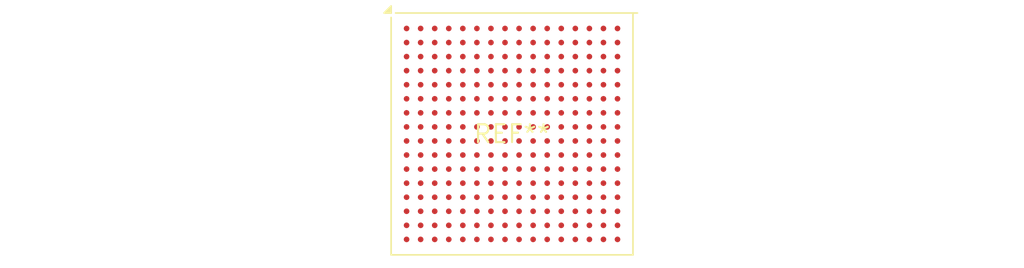
<source format=kicad_pcb>
(kicad_pcb (version 20240108) (generator pcbnew)
  (layers (0 "F.Cu" signal) (31 "B.Cu" signal) (34 "B.Paste" user) (35 "F.Paste" user) (36 "B.SilkS" user "B.Silkscreen") (37 "F.SilkS" user "F.Silkscreen") (38 "B.Mask" user) (39 "F.Mask" user) (44 "Edge.Cuts" user))
  (net 0 "")
  (footprint "BGA-256_17.0x17.0mm_Layout16x16_P1.0mm_Ball0.5mm_Pad0.4mm_NSMD" (layer "F.Cu") (at 0 0)
    (property "Reference" "REF**")
    (property "Value" "BGA-256_17.0x17.0mm_Layout16x16_P1.0mm_Ball0.5mm_Pad0.4mm_NSMD")
    (fp_line (start -8.6 -8.28) (end -8.6 8.6) (layer "F.SilkS") (stroke (width 0.12)))
    (fp_line (start -8.6 8.6) (end 8.6 8.6) (layer "F.SilkS") (stroke (width 0.12)))
    (fp_line (start 8.6 8.6) (end 8.6 -8.6) (layer "F.SilkS") (stroke (width 0.12)))
    (fp_line (start 8.92 -8.6) (end -8.28 -8.6) (layer "F.SilkS") (stroke (width 0.12)))
    (fp_poly (pts (xy -8.6 -8.6) (xy -9.1 -8.6) (xy -8.6 -9.1) (xy -8.6 -8.6)) (layer "F.SilkS") (stroke (width 0.12)) (fill solid))
    (pad "A1" smd circle (at -7.5 -7.5) (size 0.4 0.4) (property pad_prop_bga) (layers "F.Cu" "F.Paste" "F.Mask"))
    (pad "A2" smd circle (at -6.5 -7.5) (size 0.4 0.4) (property pad_prop_bga) (layers "F.Cu" "F.Paste" "F.Mask"))
    (pad "A3" smd circle (at -5.5 -7.5) (size 0.4 0.4) (property pad_prop_bga) (layers "F.Cu" "F.Paste" "F.Mask"))
    (pad "A4" smd circle (at -4.5 -7.5) (size 0.4 0.4) (property pad_prop_bga) (layers "F.Cu" "F.Paste" "F.Mask"))
    (pad "A5" smd circle (at -3.5 -7.5) (size 0.4 0.4) (property pad_prop_bga) (layers "F.Cu" "F.Paste" "F.Mask"))
    (pad "A6" smd circle (at -2.5 -7.5) (size 0.4 0.4) (property pad_prop_bga) (layers "F.Cu" "F.Paste" "F.Mask"))
    (pad "A7" smd circle (at -1.5 -7.5) (size 0.4 0.4) (property pad_prop_bga) (layers "F.Cu" "F.Paste" "F.Mask"))
    (pad "A8" smd circle (at -0.5 -7.5) (size 0.4 0.4) (property pad_prop_bga) (layers "F.Cu" "F.Paste" "F.Mask"))
    (pad "A9" smd circle (at 0.5 -7.5) (size 0.4 0.4) (property pad_prop_bga) (layers "F.Cu" "F.Paste" "F.Mask"))
    (pad "A10" smd circle (at 1.5 -7.5) (size 0.4 0.4) (property pad_prop_bga) (layers "F.Cu" "F.Paste" "F.Mask"))
    (pad "A11" smd circle (at 2.5 -7.5) (size 0.4 0.4) (property pad_prop_bga) (layers "F.Cu" "F.Paste" "F.Mask"))
    (pad "A12" smd circle (at 3.5 -7.5) (size 0.4 0.4) (property pad_prop_bga) (layers "F.Cu" "F.Paste" "F.Mask"))
    (pad "A13" smd circle (at 4.5 -7.5) (size 0.4 0.4) (property pad_prop_bga) (layers "F.Cu" "F.Paste" "F.Mask"))
    (pad "A14" smd circle (at 5.5 -7.5) (size 0.4 0.4) (property pad_prop_bga) (layers "F.Cu" "F.Paste" "F.Mask"))
    (pad "A15" smd circle (at 6.5 -7.5) (size 0.4 0.4) (property pad_prop_bga) (layers "F.Cu" "F.Paste" "F.Mask"))
    (pad "A16" smd circle (at 7.5 -7.5) (size 0.4 0.4) (property pad_prop_bga) (layers "F.Cu" "F.Paste" "F.Mask"))
    (pad "B1" smd circle (at -7.5 -6.5) (size 0.4 0.4) (property pad_prop_bga) (layers "F.Cu" "F.Paste" "F.Mask"))
    (pad "B2" smd circle (at -6.5 -6.5) (size 0.4 0.4) (property pad_prop_bga) (layers "F.Cu" "F.Paste" "F.Mask"))
    (pad "B3" smd circle (at -5.5 -6.5) (size 0.4 0.4) (property pad_prop_bga) (layers "F.Cu" "F.Paste" "F.Mask"))
    (pad "B4" smd circle (at -4.5 -6.5) (size 0.4 0.4) (property pad_prop_bga) (layers "F.Cu" "F.Paste" "F.Mask"))
    (pad "B5" smd circle (at -3.5 -6.5) (size 0.4 0.4) (property pad_prop_bga) (layers "F.Cu" "F.Paste" "F.Mask"))
    (pad "B6" smd circle (at -2.5 -6.5) (size 0.4 0.4) (property pad_prop_bga) (layers "F.Cu" "F.Paste" "F.Mask"))
    (pad "B7" smd circle (at -1.5 -6.5) (size 0.4 0.4) (property pad_prop_bga) (layers "F.Cu" "F.Paste" "F.Mask"))
    (pad "B8" smd circle (at -0.5 -6.5) (size 0.4 0.4) (property pad_prop_bga) (layers "F.Cu" "F.Paste" "F.Mask"))
    (pad "B9" smd circle (at 0.5 -6.5) (size 0.4 0.4) (property pad_prop_bga) (layers "F.Cu" "F.Paste" "F.Mask"))
    (pad "B10" smd circle (at 1.5 -6.5) (size 0.4 0.4) (property pad_prop_bga) (layers "F.Cu" "F.Paste" "F.Mask"))
    (pad "B11" smd circle (at 2.5 -6.5) (size 0.4 0.4) (property pad_prop_bga) (layers "F.Cu" "F.Paste" "F.Mask"))
    (pad "B12" smd circle (at 3.5 -6.5) (size 0.4 0.4) (property pad_prop_bga) (layers "F.Cu" "F.Paste" "F.Mask"))
    (pad "B13" smd circle (at 4.5 -6.5) (size 0.4 0.4) (property pad_prop_bga) (layers "F.Cu" "F.Paste" "F.Mask"))
    (pad "B14" smd circle (at 5.5 -6.5) (size 0.4 0.4) (property pad_prop_bga) (layers "F.Cu" "F.Paste" "F.Mask"))
    (pad "B15" smd circle (at 6.5 -6.5) (size 0.4 0.4) (property pad_prop_bga) (layers "F.Cu" "F.Paste" "F.Mask"))
    (pad "B16" smd circle (at 7.5 -6.5) (size 0.4 0.4) (property pad_prop_bga) (layers "F.Cu" "F.Paste" "F.Mask"))
    (pad "C1" smd circle (at -7.5 -5.5) (size 0.4 0.4) (property pad_prop_bga) (layers "F.Cu" "F.Paste" "F.Mask"))
    (pad "C2" smd circle (at -6.5 -5.5) (size 0.4 0.4) (property pad_prop_bga) (layers "F.Cu" "F.Paste" "F.Mask"))
    (pad "C3" smd circle (at -5.5 -5.5) (size 0.4 0.4) (property pad_prop_bga) (layers "F.Cu" "F.Paste" "F.Mask"))
    (pad "C4" smd circle (at -4.5 -5.5) (size 0.4 0.4) (property pad_prop_bga) (layers "F.Cu" "F.Paste" "F.Mask"))
    (pad "C5" smd circle (at -3.5 -5.5) (size 0.4 0.4) (property pad_prop_bga) (layers "F.Cu" "F.Paste" "F.Mask"))
    (pad "C6" smd circle (at -2.5 -5.5) (size 0.4 0.4) (property pad_prop_bga) (layers "F.Cu" "F.Paste" "F.Mask"))
    (pad "C7" smd circle (at -1.5 -5.5) (size 0.4 0.4) (property pad_prop_bga) (layers "F.Cu" "F.Paste" "F.Mask"))
    (pad "C8" smd circle (at -0.5 -5.5) (size 0.4 0.4) (property pad_prop_bga) (layers "F.Cu" "F.Paste" "F.Mask"))
    (pad "C9" smd circle (at 0.5 -5.5) (size 0.4 0.4) (property pad_prop_bga) (layers "F.Cu" "F.Paste" "F.Mask"))
    (pad "C10" smd circle (at 1.5 -5.5) (size 0.4 0.4) (property pad_prop_bga) (layers "F.Cu" "F.Paste" "F.Mask"))
    (pad "C11" smd circle (at 2.5 -5.5) (size 0.4 0.4) (property pad_prop_bga) (layers "F.Cu" "F.Paste" "F.Mask"))
    (pad "C12" smd circle (at 3.5 -5.5) (size 0.4 0.4) (property pad_prop_bga) (layers "F.Cu" "F.Paste" "F.Mask"))
    (pad "C13" smd circle (at 4.5 -5.5) (size 0.4 0.4) (property pad_prop_bga) (layers "F.Cu" "F.Paste" "F.Mask"))
    (pad "C14" smd circle (at 5.5 -5.5) (size 0.4 0.4) (property pad_prop_bga) (layers "F.Cu" "F.Paste" "F.Mask"))
    (pad "C15" smd circle (at 6.5 -5.5) (size 0.4 0.4) (property pad_prop_bga) (layers "F.Cu" "F.Paste" "F.Mask"))
    (pad "C16" smd circle (at 7.5 -5.5) (size 0.4 0.4) (property pad_prop_bga) (layers "F.Cu" "F.Paste" "F.Mask"))
    (pad "D1" smd circle (at -7.5 -4.5) (size 0.4 0.4) (property pad_prop_bga) (layers "F.Cu" "F.Paste" "F.Mask"))
    (pad "D2" smd circle (at -6.5 -4.5) (size 0.4 0.4) (property pad_prop_bga) (layers "F.Cu" "F.Paste" "F.Mask"))
    (pad "D3" smd circle (at -5.5 -4.5) (size 0.4 0.4) (property pad_prop_bga) (layers "F.Cu" "F.Paste" "F.Mask"))
    (pad "D4" smd circle (at -4.5 -4.5) (size 0.4 0.4) (property pad_prop_bga) (layers "F.Cu" "F.Paste" "F.Mask"))
    (pad "D5" smd circle (at -3.5 -4.5) (size 0.4 0.4) (property pad_prop_bga) (layers "F.Cu" "F.Paste" "F.Mask"))
    (pad "D6" smd circle (at -2.5 -4.5) (size 0.4 0.4) (property pad_prop_bga) (layers "F.Cu" "F.Paste" "F.Mask"))
    (pad "D7" smd circle (at -1.5 -4.5) (size 0.4 0.4) (property pad_prop_bga) (layers "F.Cu" "F.Paste" "F.Mask"))
    (pad "D8" smd circle (at -0.5 -4.5) (size 0.4 0.4) (property pad_prop_bga) (layers "F.Cu" "F.Paste" "F.Mask"))
    (pad "D9" smd circle (at 0.5 -4.5) (size 0.4 0.4) (property pad_prop_bga) (layers "F.Cu" "F.Paste" "F.Mask"))
    (pad "D10" smd circle (at 1.5 -4.5) (size 0.4 0.4) (property pad_prop_bga) (layers "F.Cu" "F.Paste" "F.Mask"))
    (pad "D11" smd circle (at 2.5 -4.5) (size 0.4 0.4) (property pad_prop_bga) (layers "F.Cu" "F.Paste" "F.Mask"))
    (pad "D12" smd circle (at 3.5 -4.5) (size 0.4 0.4) (property pad_prop_bga) (layers "F.Cu" "F.Paste" "F.Mask"))
    (pad "D13" smd circle (at 4.5 -4.5) (size 0.4 0.4) (property pad_prop_bga) (layers "F.Cu" "F.Paste" "F.Mask"))
    (pad "D14" smd circle (at 5.5 -4.5) (size 0.4 0.4) (property pad_prop_bga) (layers "F.Cu" "F.Paste" "F.Mask"))
    (pad "D15" smd circle (at 6.5 -4.5) (size 0.4 0.4) (property pad_prop_bga) (layers "F.Cu" "F.Paste" "F.Mask"))
    (pad "D16" smd circle (at 7.5 -4.5) (size 0.4 0.4) (property pad_prop_bga) (layers "F.Cu" "F.Paste" "F.Mask"))
    (pad "E1" smd circle (at -7.5 -3.5) (size 0.4 0.4) (property pad_prop_bga) (layers "F.Cu" "F.Paste" "F.Mask"))
    (pad "E2" smd circle (at -6.5 -3.5) (size 0.4 0.4) (property pad_prop_bga) (layers "F.Cu" "F.Paste" "F.Mask"))
    (pad "E3" smd circle (at -5.5 -3.5) (size 0.4 0.4) (property pad_prop_bga) (layers "F.Cu" "F.Paste" "F.Mask"))
    (pad "E4" smd circle (at -4.5 -3.5) (size 0.4 0.4) (property pad_prop_bga) (layers "F.Cu" "F.Paste" "F.Mask"))
    (pad "E5" smd circle (at -3.5 -3.5) (size 0.4 0.4) (property pad_prop_bga) (layers "F.Cu" "F.Paste" "F.Mask"))
    (pad "E6" smd circle (at -2.5 -3.5) (size 0.4 0.4) (property pad_prop_bga) (layers "F.Cu" "F.Paste" "F.Mask"))
    (pad "E7" smd circle (at -1.5 -3.5) (size 0.4 0.4) (property pad_prop_bga) (layers "F.Cu" "F.Paste" "F.Mask"))
    (pad "E8" smd circle (at -0.5 -3.5) (size 0.4 0.4) (property pad_prop_bga) (layers "F.Cu" "F.Paste" "F.Mask"))
    (pad "E9" smd circle (at 0.5 -3.5) (size 0.4 0.4) (property pad_prop_bga) (layers "F.Cu" "F.Paste" "F.Mask"))
    (pad "E10" smd circle (at 1.5 -3.5) (size 0.4 0.4) (property pad_prop_bga) (layers "F.Cu" "F.Paste" "F.Mask"))
    (pad "E11" smd circle (at 2.5 -3.5) (size 0.4 0.4) (property pad_prop_bga) (layers "F.Cu" "F.Paste" "F.Mask"))
    (pad "E12" smd circle (at 3.5 -3.5) (size 0.4 0.4) (property pad_prop_bga) (layers "F.Cu" "F.Paste" "F.Mask"))
    (pad "E13" smd circle (at 4.5 -3.5) (size 0.4 0.4) (property pad_prop_bga) (layers "F.Cu" "F.Paste" "F.Mask"))
    (pad "E14" smd circle (at 5.5 -3.5) (size 0.4 0.4) (property pad_prop_bga) (layers "F.Cu" "F.Paste" "F.Mask"))
    (pad "E15" smd circle (at 6.5 -3.5) (size 0.4 0.4) (property pad_prop_bga) (layers "F.Cu" "F.Paste" "F.Mask"))
    (pad "E16" smd circle (at 7.5 -3.5) (size 0.4 0.4) (property pad_prop_bga) (layers "F.Cu" "F.Paste" "F.Mask"))
    (pad "F1" smd circle (at -7.5 -2.5) (size 0.4 0.4) (property pad_prop_bga) (layers "F.Cu" "F.Paste" "F.Mask"))
    (pad "F2" smd circle (at -6.5 -2.5) (size 0.4 0.4) (property pad_prop_bga) (layers "F.Cu" "F.Paste" "F.Mask"))
    (pad "F3" smd circle (at -5.5 -2.5) (size 0.4 0.4) (property pad_prop_bga) (layers "F.Cu" "F.Paste" "F.Mask"))
    (pad "F4" smd circle (at -4.5 -2.5) (size 0.4 0.4) (property pad_prop_bga) (layers "F.Cu" "F.Paste" "F.Mask"))
    (pad "F5" smd circle (at -3.5 -2.5) (size 0.4 0.4) (property pad_prop_bga) (layers "F.Cu" "F.Paste" "F.Mask"))
    (pad "F6" smd circle (at -2.5 -2.5) (size 0.4 0.4) (property pad_prop_bga) (layers "F.Cu" "F.Paste" "F.Mask"))
    (pad "F7" smd circle (at -1.5 -2.5) (size 0.4 0.4) (property pad_prop_bga) (layers "F.Cu" "F.Paste" "F.Mask"))
    (pad "F8" smd circle (at -0.5 -2.5) (size 0.4 0.4) (property pad_prop_bga) (layers "F.Cu" "F.Paste" "F.Mask"))
    (pad "F9" smd circle (at 0.5 -2.5) (size 0.4 0.4) (property pad_prop_bga) (layers "F.Cu" "F.Paste" "F.Mask"))
    (pad "F10" smd circle (at 1.5 -2.5) (size 0.4 0.4) (property pad_prop_bga) (layers "F.Cu" "F.Paste" "F.Mask"))
    (pad "F11" smd circle (at 2.5 -2.5) (size 0.4 0.4) (property pad_prop_bga) (layers "F.Cu" "F.Paste" "F.Mask"))
    (pad "F12" smd circle (at 3.5 -2.5) (size 0.4 0.4) (property pad_prop_bga) (layers "F.Cu" "F.Paste" "F.Mask"))
    (pad "F13" smd circle (at 4.5 -2.5) (size 0.4 0.4) (property pad_prop_bga) (layers "F.Cu" "F.Paste" "F.Mask"))
    (pad "F14" smd circle (at 5.5 -2.5) (size 0.4 0.4) (property pad_prop_bga) (layers "F.Cu" "F.Paste" "F.Mask"))
    (pad "F15" smd circle (at 6.5 -2.5) (size 0.4 0.4) (property pad_prop_bga) (layers "F.Cu" "F.Paste" "F.Mask"))
    (pad "F16" smd circle (at 7.5 -2.5) (size 0.4 0.4) (property pad_prop_bga) (layers "F.Cu" "F.Paste" "F.Mask"))
    (pad "G1" smd circle (at -7.5 -1.5) (size 0.4 0.4) (property pad_prop_bga) (layers "F.Cu" "F.Paste" "F.Mask"))
    (pad "G2" smd circle (at -6.5 -1.5) (size 0.4 0.4) (property pad_prop_bga) (layers "F.Cu" "F.Paste" "F.Mask"))
    (pad "G3" smd circle (at -5.5 -1.5) (size 0.4 0.4) (property pad_prop_bga) (layers "F.Cu" "F.Paste" "F.Mask"))
    (pad "G4" smd circle (at -4.5 -1.5) (size 0.4 0.4) (property pad_prop_bga) (layers "F.Cu" "F.Paste" "F.Mask"))
    (pad "G5" smd circle (at -3.5 -1.5) (size 0.4 0.4) (property pad_prop_bga) (layers "F.Cu" "F.Paste" "F.Mask"))
    (pad "G6" smd circle (at -2.5 -1.5) (size 0.4 0.4) (property pad_prop_bga) (layers "F.Cu" "F.Paste" "F.Mask"))
    (pad "G7" smd circle (at -1.5 -1.5) (size 0.4 0.4) (property pad_prop_bga) (layers "F.Cu" "F.Paste" "F.Mask"))
    (pad "G8" smd circle (at -0.5 -1.5) (size 0.4 0.4) (property pad_prop_bga) (layers "F.Cu" "F.Paste" "F.Mask"))
    (pad "G9" smd circle (at 0.5 -1.5) (size 0.4 0.4) (property pad_prop_bga) (layers "F.Cu" "F.Paste" "F.Mask"))
    (pad "G10" smd circle (at 1.5 -1.5) (size 0.4 0.4) (property pad_prop_bga) (layers "F.Cu" "F.Paste" "F.Mask"))
    (pad "G11" smd circle (at 2.5 -1.5) (size 0.4 0.4) (property pad_prop_bga) (layers "F.Cu" "F.Paste" "F.Mask"))
    (pad "G12" smd circle (at 3.5 -1.5) (size 0.4 0.4) (property pad_prop_bga) (layers "F.Cu" "F.Paste" "F.Mask"))
    (pad "G13" smd circle (at 4.5 -1.5) (size 0.4 0.4) (property pad_prop_bga) (layers "F.Cu" "F.Paste" "F.Mask"))
    (pad "G14" smd circle (at 5.5 -1.5) (size 0.4 0.4) (property pad_prop_bga) (layers "F.Cu" "F.Paste" "F.Mask"))
    (pad "G15" smd circle (at 6.5 -1.5) (size 0.4 0.4) (property pad_prop_bga) (layers "F.Cu" "F.Paste" "F.Mask"))
    (pad "G16" smd circle (at 7.5 -1.5) (size 0.4 0.4) (property pad_prop_bga) (layers "F.Cu" "F.Paste" "F.Mask"))
    (pad "H1" smd circle (at -7.5 -0.5) (size 0.4 0.4) (property pad_prop_bga) (layers "F.Cu" "F.Paste" "F.Mask"))
    (pad "H2" smd circle (at -6.5 -0.5) (size 0.4 0.4) (property pad_prop_bga) (layers "F.Cu" "F.Paste" "F.Mask"))
    (pad "H3" smd circle (at -5.5 -0.5) (size 0.4 0.4) (property pad_prop_bga) (layers "F.Cu" "F.Paste" "F.Mask"))
    (pad "H4" smd circle (at -4.5 -0.5) (size 0.4 0.4) (property pad_prop_bga) (layers "F.Cu" "F.Paste" "F.Mask"))
    (pad "H5" smd circle (at -3.5 -0.5) (size 0.4 0.4) (property pad_prop_bga) (layers "F.Cu" "F.Paste" "F.Mask"))
    (pad "H6" smd circle (at -2.5 -0.5) (size 0.4 0.4) (property pad_prop_bga) (layers "F.Cu" "F.Paste" "F.Mask"))
    (pad "H7" smd circle (at -1.5 -0.5) (size 0.4 0.4) (property pad_prop_bga) (layers "F.Cu" "F.Paste" "F.Mask"))
    (pad "H8" smd circle (at -0.5 -0.5) (size 0.4 0.4) (property pad_prop_bga) (layers "F.Cu" "F.Paste" "F.Mask"))
    (pad "H9" smd circle (at 0.5 -0.5) (size 0.4 0.4) (property pad_prop_bga) (layers "F.Cu" "F.Paste" "F.Mask"))
    (pad "H10" smd circle (at 1.5 -0.5) (size 0.4 0.4) (property pad_prop_bga) (layers "F.Cu" "F.Paste" "F.Mask"))
    (pad "H11" smd circle (at 2.5 -0.5) (size 0.4 0.4) (property pad_prop_bga) (layers "F.Cu" "F.Paste" "F.Mask"))
    (pad "H12" smd circle (at 3.5 -0.5) (size 0.4 0.4) (property pad_prop_bga) (layers "F.Cu" "F.Paste" "F.Mask"))
    (pad "H13" smd circle (at 4.5 -0.5) (size 0.4 0.4) (property pad_prop_bga) (layers "F.Cu" "F.Paste" "F.Mask"))
    (pad "H14" smd circle (at 5.5 -0.5) (size 0.4 0.4) (property pad_prop_bga) (layers "F.Cu" "F.Paste" "F.Mask"))
    (pad "H15" smd circle (at 6.5 -0.5) (size 0.4 0.4) (property pad_prop_bga) (layers "F.Cu" "F.Paste" "F.Mask"))
    (pad "H16" smd circle (at 7.5 -0.5) (size 0.4 0.4) (property pad_prop_bga) (layers "F.Cu" "F.Paste" "F.Mask"))
    (pad "J1" smd circle (at -7.5 0.5) (size 0.4 0.4) (property pad_prop_bga) (layers "F.Cu" "F.Paste" "F.Mask"))
    (pad "J2" smd circle (at -6.5 0.5) (size 0.4 0.4) (property pad_prop_bga) (layers "F.Cu" "F.Paste" "F.Mask"))
    (pad "J3" smd circle (at -5.5 0.5) (size 0.4 0.4) (property pad_prop_bga) (layers "F.Cu" "F.Paste" "F.Mask"))
    (pad "J4" smd circle (at -4.5 0.5) (size 0.4 0.4) (property pad_prop_bga) (layers "F.Cu" "F.Paste" "F.Mask"))
    (pad "J5" smd circle (at -3.5 0.5) (size 0.4 0.4) (property pad_prop_bga) (layers "F.Cu" "F.Paste" "F.Mask"))
    (pad "J6" smd circle (at -2.5 0.5) (size 0.4 0.4) (property pad_prop_bga) (layers "F.Cu" "F.Paste" "F.Mask"))
    (pad "J7" smd circle (at -1.5 0.5) (size 0.4 0.4) (property pad_prop_bga) (layers "F.Cu" "F.Paste" "F.Mask"))
    (pad "J8" smd circle (at -0.5 0.5) (size 0.4 0.4) (property pad_prop_bga) (layers "F.Cu" "F.Paste" "F.Mask"))
    (pad "J9" smd circle (at 0.5 0.5) (size 0.4 0.4) (property pad_prop_bga) (layers "F.Cu" "F.Paste" "F.Mask"))
    (pad "J10" smd circle (at 1.5 0.5) (size 0.4 0.4) (property pad_prop_bga) (layers "F.Cu" "F.Paste" "F.Mask"))
    (pad "J11" smd circle (at 2.5 0.5) (size 0.4 0.4) (property pad_prop_bga) (layers "F.Cu" "F.Paste" "F.Mask"))
    (pad "J12" smd circle (at 3.5 0.5) (size 0.4 0.4) (property pad_prop_bga) (layers "F.Cu" "F.Paste" "F.Mask"))
    (pad "J13" smd circle (at 4.5 0.5) (size 0.4 0.4) (property pad_prop_bga) (layers "F.Cu" "F.Paste" "F.Mask"))
    (pad "J14" smd circle (at 5.5 0.5) (size 0.4 0.4) (property pad_prop_bga) (layers "F.Cu" "F.Paste" "F.Mask"))
    (pad "J15" smd circle (at 6.5 0.5) (size 0.4 0.4) (property pad_prop_bga) (layers "F.Cu" "F.Paste" "F.Mask"))
    (pad "J16" smd circle (at 7.5 0.5) (size 0.4 0.4) (property pad_prop_bga) (layers "F.Cu" "F.Paste" "F.Mask"))
    (pad "K1" smd circle (at -7.5 1.5) (size 0.4 0.4) (property pad_prop_bga) (layers "F.Cu" "F.Paste" "F.Mask"))
    (pad "K2" smd circle (at -6.5 1.5) (size 0.4 0.4) (property pad_prop_bga) (layers "F.Cu" "F.Paste" "F.Mask"))
    (pad "K3" smd circle (at -5.5 1.5) (size 0.4 0.4) (property pad_prop_bga) (layers "F.Cu" "F.Paste" "F.Mask"))
    (pad "K4" smd circle (at -4.5 1.5) (size 0.4 0.4) (property pad_prop_bga) (layers "F.Cu" "F.Paste" "F.Mask"))
    (pad "K5" smd circle (at -3.5 1.5) (size 0.4 0.4) (property pad_prop_bga) (layers "F.Cu" "F.Paste" "F.Mask"))
    (pad "K6" smd circle (at -2.5 1.5) (size 0.4 0.4) (property pad_prop_bga) (layers "F.Cu" "F.Paste" "F.Mask"))
    (pad "K7" smd circle (at -1.5 1.5) (size 0.4 0.4) (property pad_prop_bga) (layers "F.Cu" "F.Paste" "F.Mask"))
    (pad "K8" smd circle (at -0.5 1.5) (size 0.4 0.4) (property pad_prop_bga) (layers "F.Cu" "F.Paste" "F.Mask"))
    (pad "K9" smd circle (at 0.5 1.5) (size 0.4 0.4) (property pad_prop_bga) (layers "F.Cu" "F.Paste" "F.Mask"))
    (pad "K10" smd circle (at 1.5 1.5) (size 0.4 0.4) (property pad_prop_bga) (layers "F.Cu" "F.Paste" "F.Mask"))
    (pad "K11" smd circle (at 2.5 1.5) (size 0.4 0.4) (property pad_prop_bga) (layers "F.Cu" "F.Paste" "F.Mask"))
    (pad "K12" smd circle (at 3.5 1.5) (size 0.4 0.4) (property pad_prop_bga) (layers "F.Cu" "F.Paste" "F.Mask"))
    (pad "K13" smd circle (at 4.5 1.5) (size 0.4 0.4) (property pad_prop_bga) (layers "F.Cu" "F.Paste" "F.Mask"))
    (pad "K14" smd circle (at 5.5 1.5) (size 0.4 0.4) (property pad_prop_bga) (layers "F.Cu" "F.Paste" "F.Mask"))
    (pad "K15" smd circle (at 6.5 1.5) (size 0.4 0.4) (property pad_prop_bga) (layers "F.Cu" "F.Paste" "F.Mask"))
    (pad "K16" smd circle (at 7.5 1.5) (size 0.4 0.4) (property pad_prop_bga) (layers "F.Cu" "F.Paste" "F.Mask"))
    (pad "L1" smd circle (at -7.5 2.5) (size 0.4 0.4) (property pad_prop_bga) (layers "F.Cu" "F.Paste" "F.Mask"))
    (pad "L2" smd circle (at -6.5 2.5) (size 0.4 0.4) (property pad_prop_bga) (layers "F.Cu" "F.Paste" "F.Mask"))
    (pad "L3" smd circle (at -5.5 2.5) (size 0.4 0.4) (property pad_prop_bga) (layers "F.Cu" "F.Paste" "F.Mask"))
    (pad "L4" smd circle (at -4.5 2.5) (size 0.4 0.4) (property pad_prop_bga) (layers "F.Cu" "F.Paste" "F.Mask"))
    (pad "L5" smd circle (at -3.5 2.5) (size 0.4 0.4) (property pad_prop_bga) (layers "F.Cu" "F.Paste" "F.Mask"))
    (pad "L6" smd circle (at -2.5 2.5) (size 0.4 0.4) (property pad_prop_bga) (layers "F.Cu" "F.Paste" "F.Mask"))
    (pad "L7" smd circle (at -1.5 2.5) (size 0.4 0.4) (property pad_prop_bga) (layers "F.Cu" "F.Paste" "F.Mask"))
    (pad "L8" smd circle (at -0.5 2.5) (size 0.4 0.4) (property pad_prop_bga) (layers "F.Cu" "F.Paste" "F.Mask"))
    (pad "L9" smd circle (at 0.5 2.5) (size 0.4 0.4) (property pad_prop_bga) (layers "F.Cu" "F.Paste" "F.Mask"))
    (pad "L10" smd circle (at 1.5 2.5) (size 0.4 0.4) (property pad_prop_bga) (layers "F.Cu" "F.Paste" "F.Mask"))
    (pad "L11" smd circle (at 2.5 2.5) (size 0.4 0.4) (property pad_prop_bga) (layers "F.Cu" "F.Paste" "F.Mask"))
    (pad "L12" smd circle (at 3.5 2.5) (size 0.4 0.4) (property pad_prop_bga) (layers "F.Cu" "F.Paste" "F.Mask"))
    (pad "L13" smd circle (at 4.5 2.5) (size 0.4 0.4) (property pad_prop_bga) (layers "F.Cu" "F.Paste" "F.Mask"))
    (pad "L14" smd circle (at 5.5 2.5) (size 0.4 0.4) (property pad_prop_bga) (layers "F.Cu" "F.Paste" "F.Mask"))
    (pad "L15" smd circle (at 6.5 2.5) (size 0.4 0.4) (property pad_prop_bga) (layers "F.Cu" "F.Paste" "F.Mask"))
    (pad "L16" smd circle (at 7.5 2.5) (size 0.4 0.4) (property pad_prop_bga) (layers "F.Cu" "F.Paste" "F.Mask"))
    (pad "M1" smd circle (at -7.5 3.5) (size 0.4 0.4) (property pad_prop_bga) (layers "F.Cu" "F.Paste" "F.Mask"))
    (pad "M2" smd circle (at -6.5 3.5) (size 0.4 0.4) (property pad_prop_bga) (layers "F.Cu" "F.Paste" "F.Mask"))
    (pad "M3" smd circle (at -5.5 3.5) (size 0.4 0.4) (property pad_prop_bga) (layers "F.Cu" "F.Paste" "F.Mask"))
    (pad "M4" smd circle (at -4.5 3.5) (size 0.4 0.4) (property pad_prop_bga) (layers "F.Cu" "F.Paste" "F.Mask"))
    (pad "M5" smd circle (at -3.5 3.5) (size 0.4 0.4) (property pad_prop_bga) (layers "F.Cu" "F.Paste" "F.Mask"))
    (pad "M6" smd circle (at -2.5 3.5) (size 0.4 0.4) (property pad_prop_bga) (layers "F.Cu" "F.Paste" "F.Mask"))
    (pad "M7" smd circle (at -1.5 3.5) (size 0.4 0.4) (property pad_prop_bga) (layers "F.Cu" "F.Paste" "F.Mask"))
    (pad "M8" smd circle (at -0.5 3.5) (size 0.4 0.4) (property pad_prop_bga) (layers "F.Cu" "F.Paste" "F.Mask"))
    (pad "M9" smd circle (at 0.5 3.5) (size 0.4 0.4) (property pad_prop_bga) (layers "F.Cu" "F.Paste" "F.Mask"))
    (pad "M10" smd circle (at 1.5 3.5) (size 0.4 0.4) (property pad_prop_bga) (layers "F.Cu" "F.Paste" "F.Mask"))
    (pad "M11" smd circle (at 2.5 3.5) (size 0.4 0.4) (property pad_prop_bga) (layers "F.Cu" "F.Paste" "F.Mask"))
    (pad "M12" smd circle (at 3.5 3.5) (size 0.4 0.4) (property pad_prop_bga) (layers "F.Cu" "F.Paste" "F.Mask"))
    (pad "M13" smd circle (at 4.5 3.5) (size 0.4 0.4) (property pad_prop_bga) (layers "F.Cu" "F.Paste" "F.Mask"))
    (pad "M14" smd circle (at 5.5 3.5) (size 0.4 0.4) (property pad_prop_bga) (layers "F.Cu" "F.Paste" "F.Mask"))
    (pad "M15" smd circle (at 6.5 3.5) (size 0.4 0.4) (property pad_prop_bga) (layers "F.Cu" "F.Paste" "F.Mask"))
    (pad "M16" smd circle (at 7.5 3.5) (size 0.4 0.4) (property pad_prop_bga) (layers "F.Cu" "F.Paste" "F.Mask"))
    (pad "N1" smd circle (at -7.5 4.5) (size 0.4 0.4) (property pad_prop_bga) (layers "F.Cu" "F.Paste" "F.Mask"))
    (pad "N2" smd circle (at -6.5 4.5) (size 0.4 0.4) (property pad_prop_bga) (layers "F.Cu" "F.Paste" "F.Mask"))
    (pad "N3" smd circle (at -5.5 4.5) (size 0.4 0.4) (property pad_prop_bga) (layers "F.Cu" "F.Paste" "F.Mask"))
    (pad "N4" smd circle (at -4.5 4.5) (size 0.4 0.4) (property pad_prop_bga) (layers "F.Cu" "F.Paste" "F.Mask"))
    (pad "N5" smd circle (at -3.5 4.5) (size 0.4 0.4) (property pad_prop_bga) (layers "F.Cu" "F.Paste" "F.Mask"))
    (pad "N6" smd circle (at -2.5 4.5) (size 0.4 0.4) (property pad_prop_bga) (layers "F.Cu" "F.Paste" "F.Mask"))
    (pad "N7" smd circle (at -1.5 4.5) (size 0.4 0.4) (property pad_prop_bga) (layers "F.Cu" "F.Paste" "F.Mask"))
    (pad "N8" smd circle (at -0.5 4.5) (size 0.4 0.4) (property pad_prop_bga) (layers "F.Cu" "F.Paste" "F.Mask"))
    (pad "N9" smd circle (at 0.5 4.5) (size 0.4 0.4) (property pad_prop_bga) (layers "F.Cu" "F.Paste" "F.Mask"))
    (pad "N10" smd circle (at 1.5 4.5) (size 0.4 0.4) (property pad_prop_bga) (layers "F.Cu" "F.Paste" "F.Mask"))
    (pad "N11" smd circle (at 2.5 4.5) (size 0.4 0.4) (property pad_prop_bga) (layers "F.Cu" "F.Paste" "F.Mask"))
    (pad "N12" smd circle (at 3.5 4.5) (size 0.4 0.4) (property pad_prop_bga) (layers "F.Cu" "F.Paste" "F.Mask"))
    (pad "N13" smd circle (at 4.5 4.5) (size 0.4 0.4) (property pad_prop_bga) (layers "F.Cu" "F.Paste" "F.Mask"))
    (pad "N14" smd circle (at 5.5 4.5) (size 0.4 0.4) (property pad_prop_bga) (layers "F.Cu" "F.Paste" "F.Mask"))
    (pad "N15" smd circle (at 6.5 4.5) (size 0.4 0.4) (property pad_prop_bga) (layers "F.Cu" "F.Paste" "F.Mask"))
    (pad "N16" smd circle (at 7.5 4.5) (size 0.4 0.4) (property pad_prop_bga) (layers "F.Cu" "F.Paste" "F.Mask"))
    (pad "P1" smd circle (at -7.5 5.5) (size 0.4 0.4) (property pad_prop_bga) (layers "F.Cu" "F.Paste" "F.Mask"))
    (pad "P2" smd circle (at -6.5 5.5) (size 0.4 0.4) (property pad_prop_bga) (layers "F.Cu" "F.Paste" "F.Mask"))
    (pad "P3" smd circle (at -5.5 5.5) (size 0.4 0.4) (property pad_prop_bga) (layers "F.Cu" "F.Paste" "F.Mask"))
    (pad "P4" smd circle (at -4.5 5.5) (size 0.4 0.4) (property pad_prop_bga) (layers "F.Cu" "F.Paste" "F.Mask"))
    (pad "P5" smd circle (at -3.5 5.5) (size 0.4 0.4) (property pad_prop_bga) (layers "F.Cu" "F.Paste" "F.Mask"))
    (pad "P6" smd circle (at -2.5 5.5) (size 0.4 0.4) (property pad_prop_bga) (layers "F.Cu" "F.Paste" "F.Mask"))
    (pad "P7" smd circle (at -1.5 5.5) (size 0.4 0.4) (property pad_prop_bga) (layers "F.Cu" "F.Paste" "F.Mask"))
    (pad "P8" smd circle (at -0.5 5.5) (size 0.4 0.4) (property pad_prop_bga) (layers "F.Cu" "F.Paste" "F.Mask"))
    (pad "P9" smd circle (at 0.5 5.5) (size 0.4 0.4) (property pad_prop_bga) (layers "F.Cu" "F.Paste" "F.Mask"))
    (pad "P10" smd circle (at 1.5 5.5) (size 0.4 0.4) (property pad_prop_bga) (layers "F.Cu" "F.Paste" "F.Mask"))
    (pad "P11" smd circle (at 2.5 5.5) (size 0.4 0.4) (property pad_prop_bga) (layers "F.Cu" "F.Paste" "F.Mask"))
    (pad "P12" smd circle (at 3.5 5.5) (size 0.4 0.4) (property pad_prop_bga) (layers "F.Cu" "F.Paste" "F.Mask"))
    (pad "P13" smd circle (at 4.5 5.5) (size 0.4 0.4) (property pad_prop_bga) (layers "F.Cu" "F.Paste" "F.Mask"))
    (pad "P14" smd circle (at 5.5 5.5) (size 0.4 0.4) (property pad_prop_bga) (layers "F.Cu" "F.Paste" "F.Mask"))
    (pad "P15" smd circle (at 6.5 5.5) (size 0.4 0.4) (property pad_prop_bga) (layers "F.Cu" "F.Paste" "F.Mask"))
    (pad "P16" smd circle (at 7.5 5.5) (size 0.4 0.4) (property pad_prop_bga) (layers "F.Cu" "F.Paste" "F.Mask"))
    (pad "R1" smd circle (at -7.5 6.5) (size 0.4 0.4) (property pad_prop_bga) (layers "F.Cu" "F.Paste" "F.Mask"))
    (pad "R2" smd circle (at -6.5 6.5) (size 0.4 0.4) (property pad_prop_bga) (layers "F.Cu" "F.Paste" "F.Mask"))
    (pad "R3" smd circle (at -5.5 6.5) (size 0.4 0.4) (property pad_prop_bga) (layers "F.Cu" "F.Paste" "F.Mask"))
    (pad "R4" smd circle (at -4.5 6.5) (size 0.4 0.4) (property pad_prop_bga) (layers "F.Cu" "F.Paste" "F.Mask"))
    (pad "R5" smd circle (at -3.5 6.5) (size 0.4 0.4) (property pad_prop_bga) (layers "F.Cu" "F.Paste" "F.Mask"))
    (pad "R6" smd circle (at -2.5 6.5) (size 0.4 0.4) (property pad_prop_bga) (layers "F.Cu" "F.Paste" "F.Mask"))
    (pad "R7" smd circle (at -1.5 6.5) (size 0.4 0.4) (property pad_prop_bga) (layers "F.Cu" "F.Paste" "F.Mask"))
    (pad "R8" smd circle (at -0.5 6.5) (size 0.4 0.4) (property pad_prop_bga) (layers "F.Cu" "F.Paste" "F.Mask"))
    (pad "R9" smd circle (at 0.5 6.5) (size 0.4 0.4) (property pad_prop_bga) (layers "F.Cu" "F.Paste" "F.Mask"))
    (pad "R10" smd circle (at 1.5 6.5) (size 0.4 0.4) (property pad_prop_bga) (layers "F.Cu" "F.Paste" "F.Mask"))
    (pad "R11" smd circle (at 2.5 6.5) (size 0.4 0.4) (property pad_prop_bga) (layers "F.Cu" "F.Paste" "F.Mask"))
    (pad "R12" smd circle (at 3.5 6.5) (size 0.4 0.4) (property pad_prop_bga) (layers "F.Cu" "F.Paste" "F.Mask"))
    (pad "R13" smd circle (at 4.5 6.5) (size 0.4 0.4) (property pad_prop_bga) (layers "F.Cu" "F.Paste" "F.Mask"))
    (pad "R14" smd circle (at 5.5 6.5) (size 0.4 0.4) (property pad_prop_bga) (layers "F.Cu" "F.Paste" "F.Mask"))
    (pad "R15" smd circle (at 6.5 6.5) (size 0.4 0.4) (property pad_prop_bga) (layers "F.Cu" "F.Paste" "F.Mask"))
    (pad "R16" smd circle (at 7.5 6.5) (size 0.4 0.4) (property pad_prop_bga) (layers "F.Cu" "F.Paste" "F.Mask"))
    (pad "T1" smd circle (at -7.5 7.5) (size 0.4 0.4) (property pad_prop_bga) (layers "F.Cu" "F.Paste" "F.Mask"))
    (pad "T2" smd circle (at -6.5 7.5) (size 0.4 0.4) (property pad_prop_bga) (layers "F.Cu" "F.Paste" "F.Mask"))
    (pad "T3" smd circle (at -5.5 7.5) (size 0.4 0.4) (property pad_prop_bga) (layers "F.Cu" "F.Paste" "F.Mask"))
    (pad "T4" smd circle (at -4.5 7.5) (size 0.4 0.4) (property pad_prop_bga) (layers "F.Cu" "F.Paste" "F.Mask"))
    (pad "T5" smd circle (at -3.5 7.5) (size 0.4 0.4) (property pad_prop_bga) (layers "F.Cu" "F.Paste" "F.Mask"))
    (pad "T6" smd circle (at -2.5 7.5) (size 0.4 0.4) (property pad_prop_bga) (layers "F.Cu" "F.Paste" "F.Mask"))
    (pad "T7" smd circle (at -1.5 7.5) (size 0.4 0.4) (property pad_prop_bga) (layers "F.Cu" "F.Paste" "F.Mask"))
    (pad "T8" smd circle (at -0.5 7.5) (size 0.4 0.4) (property pad_prop_bga) (layers "F.Cu" "F.Paste" "F.Mask"))
    (pad "T9" smd circle (at 0.5 7.5) (size 0.4 0.4) (property pad_prop_bga) (layers "F.Cu" "F.Paste" "F.Mask"))
    (pad "T10" smd circle (at 1.5 7.5) (size 0.4 0.4) (property pad_prop_bga) (layers "F.Cu" "F.Paste" "F.Mask"))
    (pad "T11" smd circle (at 2.5 7.5) (size 0.4 0.4) (property pad_prop_bga) (layers "F.Cu" "F.Paste" "F.Mask"))
    (pad "T12" smd circle (at 3.5 7.5) (size 0.4 0.4) (property pad_prop_bga) (layers "F.Cu" "F.Paste" "F.Mask"))
    (pad "T13" smd circle (at 4.5 7.5) (size 0.4 0.4) (property pad_prop_bga) (layers "F.Cu" "F.Paste" "F.Mask"))
    (pad "T14" smd circle (at 5.5 7.5) (size 0.4 0.4) (property pad_prop_bga) (layers "F.Cu" "F.Paste" "F.Mask"))
    (pad "T15" smd circle (at 6.5 7.5) (size 0.4 0.4) (property pad_prop_bga) (layers "F.Cu" "F.Paste" "F.Mask"))
    (pad "T16" smd circle (at 7.5 7.5) (size 0.4 0.4) (property pad_prop_bga) (layers "F.Cu" "F.Paste" "F.Mask"))
  )
)
</source>
